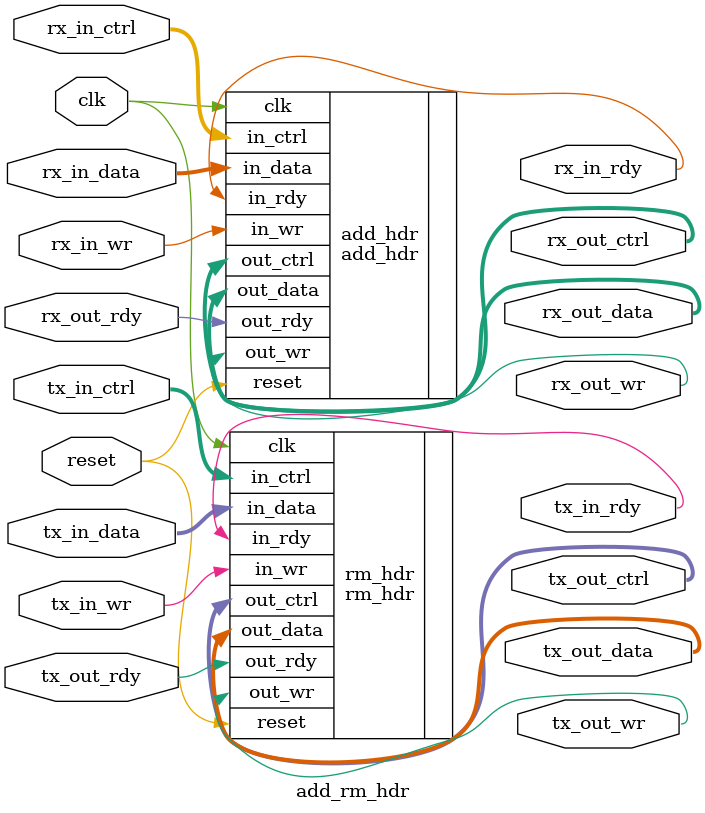
<source format=v>
`timescale 1ns/1ps

module add_rm_hdr
   #(
      parameter DATA_WIDTH = 64,
      parameter CTRL_WIDTH=DATA_WIDTH/8,
      parameter STAGE_NUMBER = 'hff,
      parameter PORT_NUMBER = 0
   )
   (
      input [DATA_WIDTH-1:0]              rx_in_data,
      input [CTRL_WIDTH-1:0]              rx_in_ctrl,
      input                               rx_in_wr,
      output                              rx_in_rdy,
      
      output [DATA_WIDTH-1:0]             rx_out_data,
      output [CTRL_WIDTH-1:0]             rx_out_ctrl,
      output                              rx_out_wr,
      input                               rx_out_rdy,
      
      input [DATA_WIDTH-1:0]              tx_in_data,
      input [CTRL_WIDTH-1:0]              tx_in_ctrl,
      input                               tx_in_wr,
      output                              tx_in_rdy,
      
      output [DATA_WIDTH-1:0]             tx_out_data,
      output [CTRL_WIDTH-1:0]             tx_out_ctrl,
      output                              tx_out_wr,
      input                               tx_out_rdy,
      
      // --- Misc
      input                               reset,
      input                               clk
   );


add_hdr
   #(
      .DATA_WIDTH (DATA_WIDTH),
      .CTRL_WIDTH (CTRL_WIDTH),
      .STAGE_NUMBER (STAGE_NUMBER),
      .PORT_NUMBER (PORT_NUMBER)
   ) add_hdr (
      .in_data                            (rx_in_data),
      .in_ctrl                            (rx_in_ctrl),
      .in_wr                              (rx_in_wr),
      .in_rdy                             (rx_in_rdy),
      
      .out_data                           (rx_out_data),
      .out_ctrl                           (rx_out_ctrl),
      .out_wr                             (rx_out_wr),
      .out_rdy                            (rx_out_rdy),
      
      // --- Misc
      .reset                              (reset),
      .clk                                (clk)
   );

   
rm_hdr
   #(
      .DATA_WIDTH (DATA_WIDTH),
      .CTRL_WIDTH (CTRL_WIDTH)
   ) rm_hdr (
      .in_data                            (tx_in_data),
      .in_ctrl                            (tx_in_ctrl),
      .in_wr                              (tx_in_wr),
      .in_rdy                             (tx_in_rdy),

      .out_data                           (tx_out_data),
      .out_ctrl                           (tx_out_ctrl),
      .out_wr                             (tx_out_wr),
      .out_rdy                            (tx_out_rdy),
      
      // --- Misc
      .reset                              (reset),
      .clk                                (clk)
   );

endmodule // add_rm_hdr

</source>
